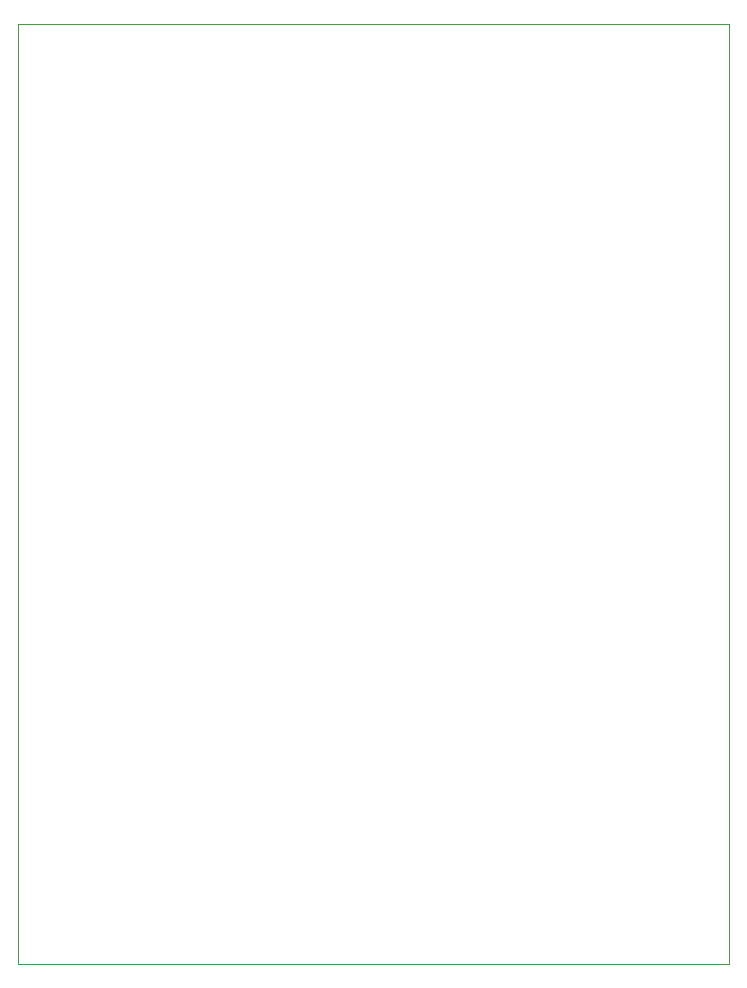
<source format=gbr>
%TF.GenerationSoftware,Altium Limited,Altium Designer,20.0.9 (164)*%
G04 Layer_Color=0*
%FSLAX26Y26*%
%MOIN*%
%TF.FileFunction,Profile,NP*%
%TF.Part,Single*%
G01*
G75*
%TA.AperFunction,Profile*%
%ADD87C,0.001000*%
D87*
X1275000D02*
X3645000D01*
Y3135000D01*
X1275000D01*
Y0D01*
%TF.MD5,876f75679bbf853048bf49b1d1061eef*%
M02*

</source>
